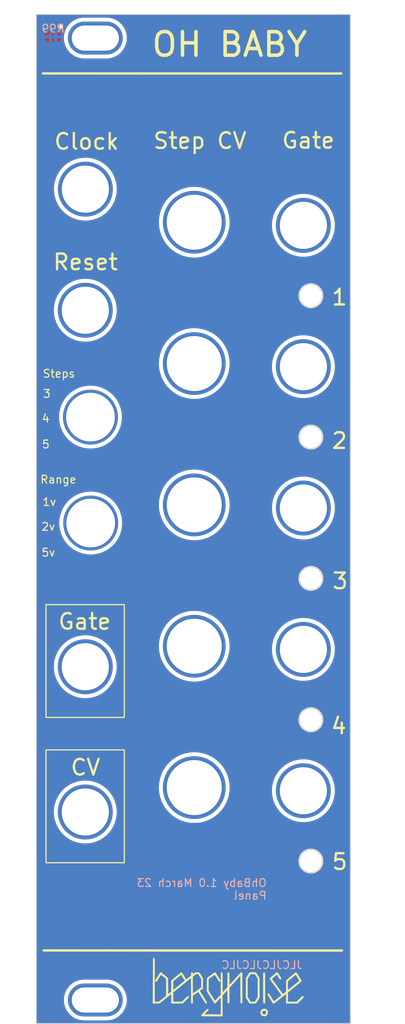
<source format=kicad_pcb>
(kicad_pcb (version 20221018) (generator pcbnew)
  (layers (0 "F.Cu" signal) (31 "B.Cu" signal) (34 "B.Paste" user) (35 "F.Paste" user) (36 "B.SilkS" user "B.Silkscreen") (37 "F.SilkS" user "F.Silkscreen") (38 "B.Mask" user) (39 "F.Mask" user) (44 "Edge.Cuts" user))
  (net 0 "")
  (net 1 "Net-(R99-Pad1)")
  (footprint "2_BenjiaoFootprints:PanelHole_ToggleSwitch_MTS-101" (layer "F.Cu") (at 53 52.6)
    (fp_text reference "REF3")
    (fp_text value "PanelHole_ToggleSwitch_MTS-101")
    (pad "" thru_hole circle (at 0 0 270) (size 7 7) (drill 6) (layers "*.Cu" "*.Mask"))
  )
  (footprint "2_BenjiaoFootprints:PanelHole_AudioJack_3.5mm" (layer "F.Cu") (at 25.22 56.91)
    (fp_text reference "REF5")
    (fp_text value "PanelHole_AudioJack_3.5mm")
    (pad "" thru_hole circle (at 0 6.5 180) (size 7 7) (drill 6) (layers "*.Cu" "*.Mask"))
  )
  (footprint "1_SynthFootprints:PanelHole_DPDT_Tayda" (layer "F.Cu") (at 25.91 90.51)
    (fp_text reference "REF9")
    (fp_text value "PanelHole_DPDT_Tayda")
    (pad "" thru_hole circle (at 0 0 90) (size 7 7) (drill 6.2) (layers "*.Cu" "*.Mask"))
  )
  (footprint "2_BenjiaoFootprints:PanelHole_Potentiometer_RV09" (layer "F.Cu") (at 36.6 95.7 90)
    (fp_text reference "REF10" hide)
    (fp_text value "PanelHole_Potentiometer_RV09" hide)
    (pad "" thru_hole circle (at 7.5 2.5 180) (size 8 8) (drill 7) (layers "*.Cu" "*.Mask"))
  )
  (footprint "2_BenjiaoFootprints:PanelHole_ToggleSwitch_MTS-101" (layer "F.Cu") (at 53 88.6)
    (fp_text reference "REF11")
    (fp_text value "PanelHole_ToggleSwitch_MTS-101")
    (pad "" thru_hole circle (at 0 0 270) (size 7 7) (drill 6) (layers "*.Cu" "*.Mask"))
  )
  (footprint "3_Graphics:logo_v1" (layer "F.Cu") (at 43.23 149.61)
    (fp_text reference "Ref**" hide)
    (fp_text value "Val**" hide)
    (fp_poly (pts (xy 4.933867 2.770742) (xy 5.050699 2.830111) (xy 5.093173 2.864145) (xy 5.180931 2.957901) (xy 5.233447 3.054049) (xy 5.255904 3.165199) (xy 5.256386 3.261302) (xy 5.234857 3.400888) (xy 5.18345 3.513974) (xy 5.098438 3.607347) (xy 5.044544 3.647196) (xy 4.984744 3.680985) (xy 4.922703 3.700214) (xy 4.841337 3.709473) (xy 4.8066 3.711152) (xy 4.682078 3.708159) (xy 4.591886 3.687734) (xy 4.582441 3.683766) (xy 4.462881 3.608552) (xy 4.373916 3.505624) (xy 4.317981 3.378879) (xy 4.298669 3.240499) (xy 4.540108 3.240499) (xy 4.552443 3.330781) (xy 4.59411 3.397647) (xy 4.652583 3.442295) (xy 4.747406 3.478793) (xy 4.8415 3.473781) (xy 4.899098 3.448956) (xy 4.974924 3.381979) (xy 5.016284 3.294741) (xy 5.020644 3.204572) (xy 4.991438 3.110174) (xy 4.938038 3.042906) (xy 4.868251 3.002184) (xy 4.789885 2.987425) (xy 4.710747 2.998045) (xy 4.638643 3.03346) (xy 4.581382 3.093086) (xy 4.54677 3.17634) (xy 4.540108 3.240499) (xy 4.298669 3.240499) (xy 4.297512 3.232212) (xy 4.297474 3.227915) (xy 4.300269 3.142181) (xy 4.313282 3.078545) (xy 4.341705 3.017073) (xy 4.36075 2.985058) (xy 4.448947 2.87816) (xy 4.557843 2.802043) (xy 4.679953 2.757944) (xy 4.80779 2.747098) (xy 4.933867 2.770742)) (stroke (width 0.01)) (fill solid) (layer "F.SilkS"))
    (fp_poly (pts (xy 3.465933 -1.88921) (xy 3.565681 -1.886208) (xy 3.643924 -1.881717) (xy 3.691546 -1.875753) (xy 3.697797 -1.873959) (xy 3.729966 -1.84679) (xy 3.78104 -1.782998) (xy 3.850358 -1.683502) (xy 3.937256 -1.549218) (xy 3.96905 -1.498437) (xy 4.190858 -1.141715) (xy 4.196646 0.09255) (xy 4.202435 1.326814) (xy 3.976326 1.69082) (xy 3.906471 1.80225) (xy 3.843069 1.901449) (xy 3.789857 1.982726) (xy 3.750572 2.040391) (xy 3.728949 2.068753) (xy 3.727121 2.070376) (xy 3.699496 2.075304) (xy 3.636616 2.079624) (xy 3.545556 2.083068) (xy 3.433393 2.085367) (xy 3.30859 2.086251) (xy 2.913157 2.086575) (xy 2.872073 2.028367) (xy 2.847454 1.991273) (xy 2.80531 1.925437) (xy 2.750273 1.838189) (xy 2.686973 1.736859) (xy 2.637798 1.657545) (xy 2.444608 1.344931) (xy 2.444616 0.101795) (xy 2.444624 -1.058604) (xy 2.677441 -1.058604) (xy 2.677441 1.259227) (xy 3.045791 1.854911) (xy 3.320452 1.849035) (xy 3.595114 1.843159) (xy 3.771277 1.558958) (xy 3.947441 1.274758) (xy 3.947441 -1.070854) (xy 3.598191 -1.63842) (xy 3.319231 -1.638589) (xy 3.040272 -1.638758) (xy 2.858856 -1.348681) (xy 2.677441 -1.058604) (xy 2.444624 -1.058604) (xy 2.444625 -1.141341) (xy 2.667018 -1.500951) (xy 2.736973 -1.611891) (xy 2.801666 -1.710428) (xy 2.857107 -1.790806) (xy 2.899312 -1.847271) (xy 2.924291 -1.874069) (xy 2.926301 -1.875172) (xy 2.963655 -1.881399) (xy 3.034197 -1.886052) (xy 3.128811 -1.889145) (xy 3.238382 -1.890693) (xy 3.353795 -1.89071) (xy 3.465933 -1.88921)) (stroke (width 0.01)) (fill solid) (layer "F.SilkS"))
    (fp_poly (pts (xy 4.801067 -1.873115) (xy 4.854634 -1.840998) (xy 4.878289 -1.808998) (xy 4.8826 -1.779384) (xy 4.886441 -1.707709) (xy 4.889808 -1.594243) (xy 4.892699 -1.439256) (xy 4.895109 -1.243017) (xy 4.897037 -1.005797) (xy 4.89848 -0.727866) (xy 4.899433 -0.409492) (xy 4.899894 -0.050947) (xy 4.899941 0.116684) (xy 4.899924 0.442052) (xy 4.899834 0.727736) (xy 4.899613 0.976383) (xy 4.899203 1.190642) (xy 4.898546 1.373161) (xy 4.897583 1.526589) (xy 4.896256 1.653574) (xy 4.894508 1.756764) (xy 4.89228 1.838808) (xy 4.889513 1.902355) (xy 4.88615 1.950052) (xy 4.882133 1.984548) (xy 4.877403 2.008491) (xy 4.871902 2.024531) (xy 4.865572 2.035314) (xy 4.858355 2.04349) (xy 4.857608 2.044242) (xy 4.798329 2.080234) (xy 4.736393 2.081017) (xy 4.684526 2.046928) (xy 4.678891 2.039532) (xy 4.673131 2.027782) (xy 4.668075 2.008294) (xy 4.663678 1.978468) (xy 4.659897 1.935705) (xy 4.656688 1.877407) (xy 4.654005 1.800975) (xy 4.651806 1.703808) (xy 4.650045 1.583309) (xy 4.648679 1.436877) (xy 4.647663 1.261915) (xy 4.646953 1.055822) (xy 4.646505 0.816) (xy 4.646275 0.53985) (xy 4.646219 0.224773) (xy 4.64623 0.118657) (xy 4.646407 -0.160185) (xy 4.646837 -0.427482) (xy 4.6475 -0.680127) (xy 4.648376 -0.91501) (xy 4.649445 -1.129021) (xy 4.650686 -1.319052) (xy 4.652081 -1.481993) (xy 4.653608 -1.614736) (xy 4.655248 -1.714171) (xy 4.65698 -1.777189) (xy 4.658607 -1.80022) (xy 4.690392 -1.85222) (xy 4.742099 -1.876687) (xy 4.801067 -1.873115)) (stroke (width 0.01)) (fill solid) (layer "F.SilkS"))
    (fp_poly (pts (xy 6.463369 -1.878484) (xy 6.488627 -1.857064) (xy 6.530366 -1.805452) (xy 6.584358 -1.73038) (xy 6.646376 -1.638578) (xy 6.712192 -1.536776) (xy 6.777577 -1.431706) (xy 6.838302 -1.330096) (xy 6.890141 -1.238679) (xy 6.928864 -1.164184) (xy 6.950243 -1.113342) (xy 6.953108 -1.098908) (xy 6.934386 -1.035952) (xy 6.885825 -0.993794) (xy 6.835312 -0.982591) (xy 6.809599 -0.986779) (xy 6.782682 -1.00227) (xy 6.751073 -1.033456) (xy 6.711282 -1.084728) (xy 6.659821 -1.160478) (xy 6.5932 -1.265098) (xy 6.530482 -1.366297) (xy 6.393607 -1.588611) (xy 6.080691 -1.323775) (xy 5.98385 -1.240964) (xy 5.899194 -1.166946) (xy 5.831682 -1.106191) (xy 5.786274 -1.063172) (xy 5.767929 -1.04236) (xy 5.767774 -1.041684) (xy 5.779993 -1.021907) (xy 5.81514 -0.971229) (xy 5.870957 -0.892772) (xy 5.945181 -0.789657) (xy 6.035551 -0.665006) (xy 6.139808 -0.521941) (xy 6.255689 -0.363583) (xy 6.380935 -0.193054) (xy 6.468395 -0.074313) (xy 7.169016 0.875801) (xy 7.367978 0.714682) (xy 7.566941 0.553563) (xy 7.566941 -0.194133) (xy 7.801119 -0.194133) (xy 7.80114 -0.047238) (xy 7.801895 0.084665) (xy 7.803292 0.195993) (xy 7.805239 0.281161) (xy 7.807643 0.334584) (xy 7.81011 0.350909) (xy 7.82823 0.338041) (xy 7.875826 0.301255) (xy 7.949478 0.243273) (xy 8.045761 0.166816) (xy 8.161255 0.074608) (xy 8.292538 -0.030629) (xy 8.436186 -0.146173) (xy 8.528584 -0.220683) (xy 8.678446 -0.34189) (xy 8.818106 -0.45531) (xy 8.944109 -0.558104) (xy 9.053 -0.647431) (xy 9.141322 -0.720451) (xy 9.205621 -0.774325) (xy 9.242441 -0.806211) (xy 9.249896 -0.813591) (xy 9.242155 -0.834888) (xy 9.216117 -0.885627) (xy 9.175669 -0.959194) (xy 9.124697 -1.048975) (xy 9.067085 -1.148354) (xy 9.00672 -1.250718) (xy 8.947487 -1.349452) (xy 8.893272 -1.437941) (xy 8.84796 -1.509571) (xy 8.815437 -1.557727) (xy 8.80464 -1.571553) (xy 8.787581 -1.560164) (xy 8.74219 -1.524634) (xy 8.672424 -1.468201) (xy 8.582237 -1.394104) (xy 8.475586 -1.305581) (xy 8.356426 -1.20587) (xy 8.300476 -1.158803) (xy 7.802464 -0.739175) (xy 7.801119 -0.194133) (xy 7.566941 -0.194133) (xy 7.566941 -0.853215) (xy 8.161237 -1.357111) (xy 8.297756 -1.472418) (xy 8.425137 -1.579151) (xy 8.539548 -1.674165) (xy 8.637155 -1.754312) (xy 8.714126 -1.816445) (xy 8.766628 -1.857419) (xy 8.790828 -1.874085) (xy 8.790945 -1.87413) (xy 8.8216 -1.880682) (xy 8.852382 -1.874431) (xy 8.886523 -1.85172) (xy 8.927252 -1.808891) (xy 8.977801 -1.742285) (xy 9.041401 -1.648245) (xy 9.121281 -1.523113) (xy 9.170243 -1.444674) (xy 9.273943 -1.277745) (xy 9.35746 -1.143043) (xy 9.422892 -1.036799) (xy 9.472337 -0.955245) (xy 9.507894 -0.894612) (xy 9.531659 -0.85113) (xy 9.545729 -0.821032) (xy 9.552204 -0.800548) (xy 9.55318 -0.785909) (xy 9.550756 -0.773347) (xy 9.5485 -0.76508) (xy 9.52904 -0.740875) (xy 9.477788 -0.692073) (xy 9.396375 -0.620056) (xy 9.286435 -0.526204) (xy 9.149599 -0.411901) (xy 8.987498 -0.278528) (xy 8.801766 -0.127467) (xy 8.667974 -0.019508) (xy 7.799867 0.678992) (xy 7.799821 1.266367) (xy 7.799774 1.853742) (xy 8.909495 1.853742) (xy 9.271464 1.493909) (xy 9.393416 1.373463) (xy 9.489903 1.280854) (xy 9.564924 1.213525) (xy 9.622481 1.16892) (xy 9.666575 1.14448) (xy 9.701207 1.13765) (xy 9.730378 1.145872) (xy 9.75809 1.166589) (xy 9.768274 1.176409) (xy 9.792444 1.203903) (xy 9.80566 1.231338) (xy 9.805396 1.262551) (xy 9.789124 1.301382) (xy 9.754315 1.351668) (xy 9.698443 1.417246) (xy 9.61898 1.501957) (xy 9.513397 1.609636) (xy 9.423681 1.699649) (xy 9.036754 2.086575) (xy 7.56759 2.086575) (xy 7.561974 1.481146) (xy 7.556358 0.875716) (xy 6.794358 1.491215) (xy 6.607176 1.642109) (xy 6.449842 1.768013) (xy 6.319494 1.870811) (xy 6.213273 1.952391) (xy 6.128317 2.014638) (xy 6.061767 2.059437) (xy 6.010762 2.088674) (xy 5.972441 2.104236) (xy 5.943945 2.108009) (xy 5.922414 2.101877) (xy 5.904985 2.087727) (xy 5.899371 2.081284) (xy 5.871647 2.042781) (xy 5.827668 1.975913) (xy 5.770669 1.886068) (xy 5.703885 1.778636) (xy 5.630552 1.659006) (xy 5.553905 1.532568) (xy 5.477178 1.40471) (xy 5.403608 1.280822) (xy 5.336428 1.166294) (xy 5.278875 1.066514) (xy 5.234182 0.986871) (xy 5.205587 0.932756) (xy 5.196274 0.910027) (xy 5.213922 0.85442) (xy 5.257789 0.814834) (xy 5.314263 0.79734) (xy 5.369728 0.808005) (xy 5.390554 0.823429) (xy 5.408857 0.848403) (xy 5.446069 0.904388) (xy 5.49895 0.986317) (xy 5.564256 1.089127) (xy 5.638747 1.207751) (xy 5.714392 1.329387) (xy 6.010259 1.807325) (xy 6.116558 1.722773) (xy 6.330578 1.552188) (xy 6.51202 1.406801) (xy 6.661771 1.285885) (xy 6.780719 1.188709) (xy 6.869749 1.114545) (xy 6.92975 1.062664) (xy 6.961607 1.032338) (xy 6.967618 1.023447) (xy 6.954682 1.004047) (xy 6.918836 0.953659) (xy 6.862317 0.875351) (xy 6.787363 0.772188) (xy 6.69621 0.647239) (xy 6.591095 0.503571) (xy 6.474255 0.344251) (xy 6.347927 0.172345) (xy 6.241299 0.027499) (xy 6.079689 -0.19216) (xy 5.941756 -0.380568) (xy 5.825862 -0.540403) (xy 5.73037 -0.674343) (xy 5.653643 -0.785068) (xy 5.594044 -0.875256) (xy 5.549934 -0.947587) (xy 5.519676 -1.004738) (xy 5.501633 -1.04939) (xy 5.494168 -1.08422) (xy 5.495643 -1.111907) (xy 5.504421 -1.135131) (xy 5.518122 -1.155616) (xy 5.545413 -1.183555) (xy 5.599182 -1.232705) (xy 5.673897 -1.298434) (xy 5.764028 -1.37611) (xy 5.864044 -1.461101) (xy 5.968414 -1.548776) (xy 6.071607 -1.634504) (xy 6.168092 -1.713652) (xy 6.252339 -1.781588) (xy 6.318816 -1.833682) (xy 6.361993 -1.865302) (xy 6.374044 -1.872383) (xy 6.430502 -1.881881) (xy 6.463369 -1.878484)) (stroke (width 0.01)) (fill solid) (layer "F.SilkS"))
    (fp_poly (pts (xy 1.956878 -1.852782) (xy 1.980153 -1.815486) (xy 1.983528 -1.785502) (xy 1.986655 -1.715361) (xy 1.989513 -1.607239) (xy 1.992079 -1.463311) (xy 1.994331 -1.285753) (xy 1.996246 -1.076741) (xy 1.997802 -0.838449) (xy 1.998976 -0.573055) (xy 1.999747 -0.282733) (xy 2.000091 0.030341) (xy 2.000108 0.119453) (xy 2.00009 0.444568) (xy 2 0.73) (xy 1.999779 0.9784) (xy 1.999368 1.192417) (xy 1.998709 1.374703) (xy 1.997744 1.527908) (xy 1.996414 1.654682) (xy 1.994662 1.757675) (xy 1.992429 1.839539) (xy 1.989656 1.902923) (xy 1.986286 1.950478) (xy 1.982259 1.984855) (xy 1.977519 2.008704) (xy 1.972006 2.024674) (xy 1.965662 2.035418) (xy 1.958429 2.043585) (xy 1.957774 2.044242) (xy 1.897558 2.08177) (xy 1.834098 2.07709) (xy 1.797778 2.056536) (xy 1.790393 2.050065) (xy 1.783923 2.040329) (xy 1.778289 2.024582) (xy 1.77341 2.000078) (xy 1.769206 1.964068) (xy 1.765596 1.913808) (xy 1.7625 1.84655) (xy 1.759836 1.759547) (xy 1.757525 1.650054) (xy 1.755487 1.515324) (xy 1.753639 1.352609) (xy 1.751903 1.159163) (xy 1.750198 0.932241) (xy 1.748442 0.669094) (xy 1.746556 0.366977) (xy 1.746108 0.293629) (xy 1.735524 -1.439239) (xy 1.043094 -0.676457) (xy 0.350663 0.086325) (xy 0.349885 1.039407) (xy 0.349546 1.268855) (xy 0.348852 1.459676) (xy 0.347679 1.615576) (xy 0.345902 1.74026) (xy 0.343395 1.837436) (xy 0.340035 1.910808) (xy 0.335695 1.964083) (xy 0.330251 2.000966) (xy 0.323578 2.025163) (xy 0.316157 2.039532) (xy 0.266117 2.078641) (xy 0.202803 2.082404) (xy 0.146778 2.056552) (xy 0.136324 2.047152) (xy 0.12772 2.03299) (xy 0.120718 2.01) (xy 0.115071 1.974116) (xy 0.110532 1.921271) (xy 0.106854 1.847399) (xy 0.103789 1.748434) (xy 0.10109 1.620308) (xy 0.09851 1.458956) (xy 0.095801 1.260312) (xy 0.095108 1.206856) (xy 0.084524 0.387183) (xy -0.217101 0.716979) (xy -0.518726 1.046776) (xy -0.518726 3.716409) (xy -1.848945 3.716409) (xy -2.119588 3.716358) (xy -2.351054 3.716148) (xy -2.546499 3.715688) (xy -2.70908 3.714888) (xy -2.841953 3.71366) (xy -2.948275 3.711914) (xy -3.031202 3.70956) (xy -3.093891 3.706509) (xy -3.139497 3.702671) (xy -3.171177 3.697957) (xy -3.192088 3.692278) (xy -3.205387 3.685543) (xy -3.214195 3.6777) (xy -3.23666 3.649073) (xy -3.248224 3.620426) (xy -3.246324 3.58791) (xy -3.228394 3.547673) (xy -3.19187 3.495867) (xy -3.134188 3.428639) (xy -3.052783 3.342141) (xy -2.945092 3.23252) (xy -2.862725 3.149986) (xy -2.74208 3.030066) (xy -2.647022 2.937262) (xy -2.573697 2.868269) (xy -2.518248 2.819787) (xy -2.476819 2.788514) (xy -2.445554 2.771147) (xy -2.420597 2.764385) (xy -2.411875 2.763909) (xy -2.342635 2.777337) (xy -2.305031 2.818491) (xy -2.296726 2.868389) (xy -2.30481 2.897188) (xy -2.331176 2.938695) (xy -2.378997 2.996722) (xy -2.451445 3.07508) (xy -2.551693 3.17758) (xy -2.566295 3.192239) (xy -2.835865 3.462409) (xy -0.751559 3.462409) (xy -0.751559 2.393492) (xy -0.751712 2.185253) (xy -0.75215 1.99041) (xy -0.752844 1.81295) (xy -0.753764 1.65686) (xy -0.754881 1.526128) (xy -0.756164 1.424742) (xy -0.757585 1.356691) (xy -0.759113 1.32596) (xy -0.759519 1.324575) (xy -0.775037 1.33947) (xy -0.813862 1.380563) (xy -0.871117 1.442472) (xy -0.94192 1.519809) (xy -1.021392 1.607191) (xy -1.104654 1.699233) (xy -1.186825 1.79055) (xy -1.263026 1.875757) (xy -1.328377 1.949469) (xy -1.377999 2.006301) (xy -1.389941 2.020258) (xy -1.452531 2.073127) (xy -1.513678 2.085204) (xy -1.569919 2.05635) (xy -1.593843 2.028367) (xy -1.613761 1.997899) (xy -1.653285 1.935639) (xy -1.709773 1.845811) (xy -1.780585 1.73264) (xy -1.863078 1.600349) (xy -1.95461 1.453163) (xy -2.052541 1.295306) (xy -2.082362 1.247163) (xy -2.530048 0.524167) (xy -2.524512 -0.319171) (xy -2.518976 -1.162508) (xy -2.085059 -1.473446) (xy -1.963927 -1.560617) (xy -1.85241 -1.641565) (xy -1.755731 -1.712444) (xy -1.679109 -1.76941) (xy -1.627767 -1.808618) (xy -1.608809 -1.824224) (xy -1.550537 -1.868416) (xy -1.497403 -1.882218) (xy -1.444885 -1.863492) (xy -1.388461 -1.810104) (xy -1.323609 -1.719917) (xy -1.296523 -1.676714) (xy -1.254217 -1.607695) (xy -1.195332 -1.511941) (xy -1.125573 -1.398712) (xy -1.050644 -1.277269) (xy -0.987466 -1.17501) (xy -0.920355 -1.063993) (xy -0.861817 -0.962442) (xy -0.815362 -0.876836) (xy -0.784503 -0.813657) (xy -0.772749 -0.779387) (xy -0.772726 -0.778623) (xy -0.791175 -0.724974) (xy -0.836699 -0.68699) (xy -0.894564 -0.673698) (xy -0.930507 -0.681965) (xy -0.95967 -0.708794) (xy -1.007886 -0.770376) (xy -1.073599 -0.864483) (xy -1.155254 -0.98889) (xy -1.250114 -1.139462) (xy -1.338789 -1.280416) (xy -1.413888 -1.395459) (xy -1.473647 -1.482062) (xy -1.516302 -1.537692) (xy -1.540088 -1.559818) (xy -1.542992 -1.559754) (xy -1.566574 -1.543611) (xy -1.619118 -1.506645) (xy -1.695189 -1.452713) (xy -1.789352 -1.38567) (xy -1.896173 -1.309374) (xy -1.931601 -1.284022) (xy -2.296726 -1.022615) (xy -2.296726 0.439112) (xy -1.902122 1.077635) (xy -1.810244 1.22612) (xy -1.725151 1.363281) (xy -1.64946 1.484928) (xy -1.585788 1.58687) (xy -1.536751 1.664917) (xy -1.504966 1.714878) (xy -1.493282 1.732357) (xy -1.475866 1.721753) (xy -1.434207 1.683504) (xy -1.372207 1.621586) (xy -1.293767 1.539978) (xy -1.202789 1.442657) (xy -1.115302 1.347007) (xy -0.751559 0.945459) (xy -0.751559 -0.710077) (xy -0.751404 -0.953501) (xy -0.750866 -1.160494) (xy -0.749714 -1.334007) (xy -0.74772 -1.47699) (xy -0.744655 -1.592396) (xy -0.740287 -1.683174) (xy -0.734389 -1.752276) (xy -0.726731 -1.802654) (xy -0.717083 -1.837257) (xy -0.705216 -1.859038) (xy -0.6909 -1.870947) (xy -0.673906 -1.875934) (xy -0.654005 -1.876953) (xy -0.638849 -1.876883) (xy -0.614319 -1.877261) (xy -0.593384 -1.876323) (xy -0.575747 -1.870961) (xy -0.561107 -1.858069) (xy -0.549167 -1.834539) (xy -0.539626 -1.797264) (xy -0.532187 -1.743135) (xy -0.526551 -1.669047) (xy -0.522418 -1.571891) (xy -0.51949 -1.44856) (xy -0.517467 -1.295947) (xy -0.516051 -1.110945) (xy -0.514944 -0.890445) (xy -0.513845 -0.631341) (xy -0.513601 -0.574734) (xy -0.508142 0.674884) (xy 0.084524 0.023938) (xy 0.095108 -0.893968) (xy 0.105691 -1.811873) (xy 0.156266 -1.852806) (xy 0.220335 -1.880845) (xy 0.286016 -1.869085) (xy 0.317358 -1.847011) (xy 0.323313 -1.820677) (xy 0.329056 -1.754852) (xy 0.334474 -1.652377) (xy 0.339451 -1.516093) (xy 0.343875 -1.348843) (xy 0.347631 -1.153468) (xy 0.349108 -1.054636) (xy 0.359691 -0.282082) (xy 1.078243 -1.076736) (xy 1.219296 -1.232148) (xy 1.352668 -1.377982) (xy 1.475516 -1.511205) (xy 1.584997 -1.628787) (xy 1.678265 -1.727694) (xy 1.752477 -1.804896) (xy 1.80479 -1.857359) (xy 1.832359 -1.882051) (xy 1.834951 -1.883501) (xy 1.901617 -1.885422) (xy 1.956878 -1.852782)) (stroke (width 0.01)) (fill solid) (layer "F.SilkS"))
    (fp_poly (pts (xy -9.22396 -3.721238) (xy -9.189756 -3.69555) (xy -9.184679 -3.68756) (xy -9.180114 -3.673964) (xy -9.176034 -3.652612) (xy -9.172413 -3.621358) (xy -9.169222 -3.578051) (xy -9.166436 -3.520543) (xy -9.164027 -3.446686) (xy -9.161968 -3.354331) (xy -9.160233 -3.24133) (xy -9.158794 -3.105534) (xy -9.157625 -2.944794) (xy -9.156699 -2.756962) (xy -9.155988 -2.53989) (xy -9.155466 -2.291428) (xy -9.155105 -2.009428) (xy -9.15488 -1.691742) (xy -9.154763 -1.336222) (xy -9.154726 -0.940717) (xy -9.154726 1.853742) (xy -8.655884 1.853742) (xy -8.186677 1.478034) (xy -7.717469 1.102325) (xy -7.716431 0.031839) (xy -7.715392 -1.038646) (xy -8.034844 -1.309536) (xy -8.146864 -1.40375) (xy -8.23142 -1.472708) (xy -8.292659 -1.519311) (xy -8.33473 -1.546457) (xy -8.361782 -1.557047) (xy -8.377963 -1.553981) (xy -8.380829 -1.551384) (xy -8.399222 -1.525507) (xy -8.436104 -1.469045) (xy -8.487944 -1.38757) (xy -8.551211 -1.286653) (xy -8.622377 -1.171864) (xy -8.659148 -1.112104) (xy -8.741783 -0.979896) (xy -8.815592 -0.866567) (xy -8.87763 -0.776373) (xy -8.924951 -0.713569) (xy -8.954611 -0.682411) (xy -8.957879 -0.680476) (xy -9.01544 -0.674475) (xy -9.06915 -0.700176) (xy -9.105109 -0.748157) (xy -9.112392 -0.7852) (xy -9.10137 -0.820071) (xy -9.07063 -0.883707) (xy -9.023661 -0.970499) (xy -8.963953 -1.074834) (xy -8.894996 -1.191103) (xy -8.820279 -1.313696) (xy -8.743291 -1.437002) (xy -8.667522 -1.555409) (xy -8.596462 -1.663309) (xy -8.533601 -1.75509) (xy -8.482427 -1.825142) (xy -8.44643 -1.867854) (xy -8.432457 -1.878405) (xy -8.377617 -1.881388) (xy -8.349865 -1.87544) (xy -8.323086 -1.858061) (xy -8.269242 -1.817247) (xy -8.193439 -1.757082) (xy -8.100779 -1.681649) (xy -7.996369 -1.595033) (xy -7.937231 -1.545328) (xy -7.827837 -1.453033) (xy -7.727031 -1.36811) (xy -7.640075 -1.294983) (xy -7.572232 -1.238076) (xy -7.528765 -1.20181) (xy -7.517658 -1.192671) (xy -7.50717 -1.183458) (xy -7.498383 -1.171845) (xy -7.491101 -1.154179) (xy -7.485129 -1.126813) (xy -7.480275 -1.086095) (xy -7.476343 -1.028374) (xy -7.473139 -0.950002) (xy -7.470468 -0.847327) (xy -7.468136 -0.716699) (xy -7.465949 -0.554469) (xy -7.463712 -0.356985) (xy -7.461392 -0.136195) (xy -7.450809 0.883306) (xy -7.256289 0.728232) (xy -7.06177 0.573159) (xy -7.060498 -0.120361) (xy -7.060365 -0.193081) (xy -6.804767 -0.193081) (xy -6.804561 -0.023226) (xy -6.803482 0.108393) (xy -6.80132 0.205869) (xy -6.797863 0.273292) (xy -6.7929 0.314755) (xy -6.78622 0.334349) (xy -6.777612 0.336168) (xy -6.777475 0.336085) (xy -6.755553 0.319551) (xy -6.704269 0.279233) (xy -6.627177 0.217971) (xy -6.527828 0.138605) (xy -6.409775 0.043978) (xy -6.276568 -0.063072) (xy -6.13176 -0.179704) (xy -6.047225 -0.247902) (xy -5.89859 -0.368253) (xy -5.760747 -0.480583) (xy -5.637076 -0.582087) (xy -5.530955 -0.669958) (xy -5.445761 -0.74139) (xy -5.384874 -0.793577) (xy -5.351671 -0.823713) (xy -5.34643 -0.829985) (xy -5.358235 -0.855177) (xy -5.388777 -0.908036) (xy -5.433879 -0.98208) (xy -5.48936 -1.070825) (xy -5.551042 -1.167788) (xy -5.614746 -1.266488) (xy -5.676293 -1.36044) (xy -5.731504 -1.443161) (xy -5.7762 -1.50817) (xy -5.806203 -1.548983) (xy -5.816905 -1.559849) (xy -5.836805 -1.545976) (xy -5.88486 -1.508106) (xy -5.956941 -1.449625) (xy -6.048918 -1.373917) (xy -6.156663 -1.284369) (xy -6.276045 -1.184366) (xy -6.319154 -1.148078) (xy -6.804308 -0.739175) (xy -6.804767 -0.193081) (xy -7.060365 -0.193081) (xy -7.059226 -0.81388) (xy -6.990434 -0.886675) (xy -6.953388 -0.922413) (xy -6.890913 -0.978788) (xy -6.80755 -1.051986) (xy -6.707837 -1.138194) (xy -6.596314 -1.233596) (xy -6.47752 -1.33438) (xy -6.355995 -1.43673) (xy -6.236278 -1.536833) (xy -6.122908 -1.630875) (xy -6.020425 -1.715042) (xy -5.933367 -1.785519) (xy -5.866275 -1.838493) (xy -5.823687 -1.870149) (xy -5.811188 -1.877516) (xy -5.781734 -1.880748) (xy -5.751889 -1.872125) (xy -5.718519 -1.847947) (xy -5.678494 -1.804511) (xy -5.628679 -1.738116) (xy -5.565943 -1.645059) (xy -5.487152 -1.521639) (xy -5.422953 -1.418717) (xy -5.329979 -1.270451) (xy -5.256259 -1.156707) (xy -5.200162 -1.075189) (xy -5.160053 -1.023598) (xy -5.134299 -0.999636) (xy -5.123965 -0.998057) (xy -5.098726 -1.016267) (xy -5.046686 -1.056292) (xy -4.973968 -1.113338) (xy -4.886697 -1.182611) (xy -4.819253 -1.236591) (xy -4.693837 -1.337311) (xy -4.307559 -1.337311) (xy -4.307559 0.797738) (xy -4.194972 0.717198) (xy -4.145247 0.681706) (xy -4.067567 0.626358) (xy -3.968485 0.555819) (xy -3.854554 0.474754) (xy -3.732327 0.387827) (xy -3.665805 0.340533) (xy -3.249226 0.044408) (xy -3.249226 -1.037826) (xy -3.434434 -1.338172) (xy -3.619642 -1.638517) (xy -3.778392 -1.638511) (xy -3.937142 -1.638504) (xy -4.122351 -1.487907) (xy -4.307559 -1.337311) (xy -4.693837 -1.337311) (xy -4.542507 -1.458841) (xy -4.54145 -1.629421) (xy -4.536464 -1.739511) (xy -4.521417 -1.813487) (xy -4.493758 -1.856896) (xy -4.450938 -1.875286) (xy -4.427682 -1.876883) (xy -4.360973 -1.863173) (xy -4.320712 -1.819469) (xy -4.303404 -1.743064) (xy -4.296976 -1.660168) (xy -4.00559 -1.892758) (xy -3.767336 -1.892758) (xy -3.658075 -1.891639) (xy -3.582725 -1.887547) (xy -3.532906 -1.879377) (xy -3.500237 -1.866025) (xy -3.486126 -1.855716) (xy -3.461783 -1.82648) (xy -3.41983 -1.767363) (xy -3.364527 -1.684734) (xy -3.300132 -1.584959) (xy -3.230907 -1.474406) (xy -3.229484 -1.472098) (xy -3.015797 -1.12552) (xy -3.021386 -0.467968) (xy -3.026976 0.189585) (xy -3.165867 0.286122) (xy -3.240765 0.338506) (xy -3.309686 0.387271) (xy -3.359045 0.422796) (xy -3.363133 0.425805) (xy -3.421507 0.468952) (xy -2.994765 1.156055) (xy -2.876719 1.3461) (xy -2.779106 1.50347) (xy -2.700107 1.631503) (xy -2.637904 1.733539) (xy -2.590676 1.812914) (xy -2.556606 1.872967) (xy -2.533873 1.917036) (xy -2.520659 1.948461) (xy -2.515145 1.970577) (xy -2.515511 1.986725) (xy -2.519938 2.000243) (xy -2.526608 2.014468) (xy -2.526779 2.014842) (xy -2.565036 2.05749) (xy -2.621903 2.081495) (xy -2.678583 2.080323) (xy -2.694373 2.073089) (xy -2.709996 2.052753) (xy -2.745017 2.001064) (xy -2.796516 1.922645) (xy -2.861569 1.822112) (xy -2.937254 1.704087) (xy -3.02065 1.573188) (xy -3.108834 1.434035) (xy -3.198884 1.291246) (xy -3.287878 1.149442) (xy -3.372894 1.013241) (xy -3.451008 0.887263) (xy -3.5193 0.776128) (xy -3.574847 0.684454) (xy -3.605247 0.633199) (xy -3.627812 0.635749) (xy -3.68254 0.664182) (xy -3.768529 0.71795) (xy -3.884878 0.796501) (xy -3.963601 0.851565) (xy -4.307559 1.094557) (xy -4.307559 1.568655) (xy -4.307751 1.722472) (xy -4.308625 1.839351) (xy -4.310625 1.924687) (xy -4.314197 1.983874) (xy -4.319786 2.022308) (xy -4.327838 2.045382) (xy -4.338797 2.058492) (xy -4.348501 2.064664) (xy -4.42108 2.085426) (xy -4.483581 2.067003) (xy -4.505226 2.048017) (xy -4.511825 2.037849) (xy -4.517573 2.021015) (xy -4.522541 1.994655) (xy -4.526801 1.955911) (xy -4.530424 1.901921) (xy -4.533481 1.829827) (xy -4.536043 1.736768) (xy -4.538183 1.619885) (xy -4.539971 1.476318) (xy -4.541478 1.303207) (xy -4.542777 1.097693) (xy -4.543939 0.856916) (xy -4.545034 0.578015) (xy -4.545548 0.432222) (xy -4.550976 -1.145014) (xy -4.839151 -0.910344) (xy -4.914567 -0.84909) (xy -5.018284 -0.765086) (xy -5.145617 -0.662117) (xy -5.291878 -0.543966) (xy -5.452384 -0.414416) (xy -5.622448 -0.277251) (xy -5.797384 -0.136255) (xy -5.966276 -0.000227) (xy -6.805226 0.67522) (xy -6.805226 1.853742) (xy -5.695505 1.853742) (xy -5.333536 1.493909) (xy -5.21009 1.372959) (xy -5.105813 1.274438) (xy -5.023046 1.200432) (xy -4.96413 1.153023) (xy -4.931406 1.134296) (xy -4.929359 1.134075) (xy -4.86516 1.15354) (xy -4.817689 1.205919) (xy -4.805063 1.236581) (xy -4.803623 1.254701) (xy -4.811434 1.277776) (xy -4.831623 1.309476) (xy -4.867315 1.353469) (xy -4.921639 1.413421) (xy -4.997721 1.493001) (xy -5.098687 1.595878) (xy -5.188486 1.686373) (xy -5.586679 2.086575) (xy -7.058577 2.086575) (xy -7.069809 0.888169) (xy -7.694226 1.393181) (xy -7.840211 1.511092) (xy -7.980793 1.624343) (xy -8.111394 1.729267) (xy -8.227436 1.822198) (xy -8.324339 1.899467) (xy -8.397525 1.95741) (xy -8.442415 1.992358) (xy -8.442448 1.992384) (xy -8.566254 2.086575) (xy -9.415728 2.086575) (xy -9.401834 -0.797383) (xy -9.39984 -1.205905) (xy -9.397971 -1.574189) (xy -9.39619 -1.90433) (xy -9.394463 -2.198423) (xy -9.392752 -2.458564) (xy -9.391023 -2.686847) (xy -9.389238 -2.885368) (xy -9.387363 -3.056221) (xy -9.385362 -3.201502) (xy -9.383197 -3.323306) (xy -9.380835 -3.423728) (xy -9.378238 -3.504863) (xy -9.375371 -3.568806) (xy -9.372198 -3.617652) (xy -9.368682 -3.653497) (xy -9.364789 -3.678435) (xy -9.360482 -3.694562) (xy -9.355725 -3.703972) (xy -9.351954 -3.7078) (xy -9.288104 -3.732479) (xy -9.22396 -3.721238)) (stroke (width 0.01)) (fill solid) (layer "F.SilkS"))
  )
  (footprint "2_BenjiaoFootprints:PanelHole_Potentiometer_RV09" (layer "F.Cu") (at 36.6 131.7 90)
    (fp_text reference "REF16" hide)
    (fp_text value "PanelHole_Potentiometer_RV09" hide)
    (pad "" thru_hole circle (at 7.5 2.5 180) (size 8 8) (drill 7) (layers "*.Cu" "*.Mask"))
  )
  (footprint "2_BenjiaoFootprints:PanelHole_Potentiometer_RV09" (layer "F.Cu") (at 36.6 77.7 90)
    (fp_text reference "REF6" hide)
    (fp_text value "PanelHole_Potentiometer_RV09" hide)
    (pad "" thru_hole circle (at 7.5 2.5 180) (size 8 8) (drill 7) (layers "*.Cu" "*.Mask"))
  )
  (footprint "2_BenjiaoFootprints:PanelHole_ToggleSwitch_MTS-101" (layer "F.Cu") (at 53 124.6)
    (fp_text reference "REF17")
    (fp_text value "PanelHole_ToggleSwitch_MTS-101")
    (pad "" thru_hole circle (at 0 0 270) (size 7 7) (drill 6) (layers "*.Cu" "*.Mask"))
  )
  (footprint "2_BenjiaoFootprints:Panel_8HP" (layer "F.Cu") (at 19 25.75)
    (fp_text reference "REF1")
    (fp_text value "Panel_8HP")
    (pad "" thru_hole oval (at 7.5 3) (size 7 4.2) (drill oval 6 3.2) (layers "*.Cu" "*.Mask"))
    (pad "" thru_hole oval (at 7.5 125.5) (size 7 4.2) (drill oval 6 3.2) (layers "*.Cu" "*.Mask"))
  )
  (footprint "2_BenjiaoFootprints:PanelHole_AudioJack_3.5mm" (layer "F.Cu") (at 25.22 120.81)
    (fp_text reference "REF15")
    (fp_text value "PanelHole_AudioJack_3.5mm")
    (pad "" thru_hole circle (at 0 6.5 180) (size 7 7) (drill 6) (layers "*.Cu" "*.Mask"))
  )
  (footprint "2_BenjiaoFootprints:PanelHole_ToggleSwitch_MTS-101" (layer "F.Cu") (at 53 106.6)
    (fp_text reference "REF14")
    (fp_text value "PanelHole_ToggleSwitch_MTS-101")
    (pad "" thru_hole circle (at 0 0 270) (size 7 7) (drill 6) (layers "*.Cu" "*.Mask"))
  )
  (footprint "2_BenjiaoFootprints:PanelHole_ToggleSwitch_MTS-101" (layer "F.Cu") (at 53 70.6)
    (fp_text reference "REF7")
    (fp_text value "PanelHole_ToggleSwitch_MTS-101")
    (pad "" thru_hole circle (at 0 0 270) (size 7 7) (drill 6) (layers "*.Cu" "*.Mask"))
  )
  (footprint "2_BenjiaoFootprints:PanelHole_AudioJack_3.5mm" (layer "F.Cu") (at 25.22 102.31)
    (fp_text reference "REF12")
    (fp_text value "PanelHole_AudioJack_3.5mm")
    (pad "" thru_hole circle (at 0 6.5 180) (size 7 7) (drill 6) (layers "*.Cu" "*.Mask"))
  )
  (footprint "1_SynthFootprints:PanelHole_DPDT_Tayda" (layer "F.Cu") (at 25.88 77.02)
    (fp_text reference "REF8")
    (fp_text value "PanelHole_DPDT_Tayda")
    (pad "" thru_hole circle (at 0 0 90) (size 7 7) (drill 6.2) (layers "*.Cu" "*.Mask"))
  )
  (footprint "2_BenjiaoFootprints:PanelHole_Potentiometer_RV09" (layer "F.Cu") (at 36.6 59.7 90)
    (fp_text reference "REF4" hide)
    (fp_text value "PanelHole_Potentiometer_RV09" hide)
    (pad "" thru_hole circle (at 7.5 2.5 180) (size 8 8) (drill 7) (layers "*.Cu" "*.Mask"))
  )
  (footprint "2_BenjiaoFootprints:PanelHole_Potentiometer_RV09" (layer "F.Cu") (at 36.6 113.7 90)
    (fp_text reference "REF13" hide)
    (fp_text value "PanelHole_Potentiometer_RV09" hide)
    (pad "" thru_hole circle (at 7.5 2.5 180) (size 8 8) (drill 7) (layers "*.Cu" "*.Mask"))
  )
  (footprint "2_BenjiaoFootprints:PanelHole_AudioJack_3.5mm" (layer "F.Cu") (at 25.23 41.49)
    (fp_text reference "REF2")
    (fp_text value "PanelHole_AudioJack_3.5mm")
    (pad "" thru_hole circle (at 0 6.5 180) (size 7 7) (drill 6) (layers "*.Cu" "*.Mask"))
  )
  (footprint "Resistor_SMD:R_0201_0603Metric" (layer "B.Cu") (at 21.115 28.58 180)
    (fp_text reference "R99" (at 0 1.05) (layer "B.SilkS") (effects (justify mirror)))
    (fp_text value "0")
    (pad "1" smd roundrect (at -0.32 0 180) (size 0.46 0.4) (layers "B.Cu" "B.Mask") (net 1 "Net-(R99-Pad1)"))
    (pad "2" smd roundrect (at 0.32 0 180) (size 0.46 0.4) (layers "B.Cu" "B.Mask") (net 1 "Net-(R99-Pad1)"))
  )
  (gr_rect (start 20.22 119.4) (end 30.19 133.77) (stroke (width 0.15)) (fill none) (layer "F.SilkS"))
  (gr_rect (start 20.22 100.9) (end 30.19 115.26) (stroke (width 0.15)) (fill none) (layer "F.SilkS"))
  (gr_line (start 19.93 144.94) (end 57.93 144.95) (stroke (width 0.3)) (layer "F.SilkS"))
  (gr_line (start 19.83 33.255) (end 57.83 33.265) (stroke (width 0.3)) (layer "F.SilkS"))
  (gr_circle (center 53.955 79.56) (end 55.455 79.56) (stroke (width 0.2)) (fill none) (layer "Edge.Cuts"))
  (gr_circle (center 53.955 133.56) (end 55.455 133.56) (stroke (width 0.2)) (fill none) (layer "Edge.Cuts"))
  (gr_circle (center 53.955 61.56) (end 55.455 61.56) (stroke (width 0.2)) (fill none) (layer "Edge.Cuts"))
  (gr_rect (start 18.99 25.74) (end 58.99 154.24) (stroke (width 0.1)) (fill none) (layer "Edge.Cuts"))
  (gr_circle (center 53.955 115.56) (end 55.455 115.56) (stroke (width 0.2)) (fill none) (layer "Edge.Cuts"))
  (gr_circle (center 53.955 97.56) (end 55.455 97.56) (stroke (width 0.2)) (fill none) (layer "Edge.Cuts"))
  (gr_text "JLCJLCJLCJLC" (at 52.98 147.37) (layer "B.SilkS") (effects (font (size 1 1) (thickness 0.153)) (justify left bottom mirror)))
  (gr_text "OhBaby 1.0 March 23\nPanel" (at 48.41 138.53) (layer "B.SilkS") (effects (font (size 1 1)) (justify left bottom mirror)))
  (gr_text "4" (at 19.61 77.78) (layer "F.SilkS") (effects (font (size 1 1) (thickness 0.153)) (justify left bottom)))
  (gr_text "OH BABY" (at 33.45 31.32) (layer "F.SilkS") (effects (font (size 3 3) (thickness 0.45)) (justify left bottom)))
  (gr_text "5" (at 56.48 134.82) (layer "F.SilkS") (effects (font (size 2 2) (thickness 0.3)) (justify left bottom)))
  (gr_text "Range" (at 19.4 85.55) (layer "F.SilkS") (effects (font (size 1 1)) (justify left bottom)))
  (gr_text "5v" (at 19.56 94.85) (layer "F.SilkS") (effects (font (size 1 1) (thickness 0.153)) (justify left bottom)))
  (gr_text "1" (at 56.45 62.93) (layer "F.SilkS") (effects (font (size 2 2) (thickness 0.3)) (justify left bottom)))
  (gr_text "5" (at 19.62 81.07) (layer "F.SilkS") (effects (font (size 1 1) (thickness 0.153)) (justify left bottom)))
  (gr_text "Steps" (at 19.72 72.07) (layer "F.SilkS") (effects (font (size 1 1)) (justify left bottom)))
  (gr_text "3" (at 19.74 74.63) (layer "F.SilkS") (effects (font (size 1 1) (thickness 0.153)) (justify left bottom)))
  (gr_text "CV" (at 23.19 122.8) (layer "F.SilkS") (effects (font (size 2 2) (thickness 0.3)) (justify left bottom)))
  (gr_text "2v" (at 19.55 91.56) (layer "F.SilkS") (effects (font (size 1 1) (thickness 0.153)) (justify left bottom)))
  (gr_text "2" (at 56.45 81.2) (layer "F.SilkS") (effects (font (size 2 2) (thickness 0.3)) (justify left bottom)))
  (gr_text "1v" (at 19.68 88.41) (layer "F.SilkS") (effects (font (size 1 1) (thickness 0.153)) (justify left bottom)))
  (gr_text "Step CV" (at 33.72 43) (layer "F.SilkS") (effects (font (size 2 2) (thickness 0.3)) (justify left bottom)))
  (gr_text "3" (at 56.54 99.07) (layer "F.SilkS") (effects (font (size 2 2) (thickness 0.3)) (justify left bottom)))
  (gr_text "Gate" (at 50.1 42.96) (layer "F.SilkS") (effects (font (size 2 2) (thickness 0.3)) (justify left bottom)))
  (gr_text "Clock	" (at 21.09 43.1) (layer "F.SilkS") (effects (font (size 2 2) (thickness 0.3)) (justify left bottom)))
  (gr_text "Reset" (at 20.95 58.45) (layer "F.SilkS") (effects (font (size 2 2) (thickness 0.3)) (justify left bottom)))
  (gr_text "4" (at 56.36 117.53) (layer "F.SilkS") (effects (font (size 2 2) (thickness 0.3)) (justify left bottom)))
  (gr_text "Gate" (at 21.61 104.23) (layer "F.SilkS") (effects (font (size 2 2) (thickness 0.3)) (justify left bottom)))
  (via (at 22.11 27.27) (size 0.8) (drill 0.4) (layers "F.Cu" "B.Cu") (net 1))
  (zone (net 1) (net_name "Net-(R99-Pad1)") (layer "F.Cu") (priority 1) (connect_pads (clearance 0.5)) (min_thickness 0.25) (fill yes (thermal_gap 0.5) (thermal_bridge_width 0.5))
    (polygon (pts (xy 19 25.75) (xy 58.99 25.76) (xy 58.99 154.26) (xy 19 154.26)))
  )
  (zone (net 1) (net_name "Net-(R99-Pad1)") (layer "B.Cu") (connect_pads (clearance 0.5)) (min_thickness 0.25) (fill yes (thermal_gap 0.5) (thermal_bridge_width 0.5))
    (polygon (pts (xy 19.02 25.76) (xy 59 25.76) (xy 59 154.27) (xy 19.01 154.25)))
  )
)
</source>
